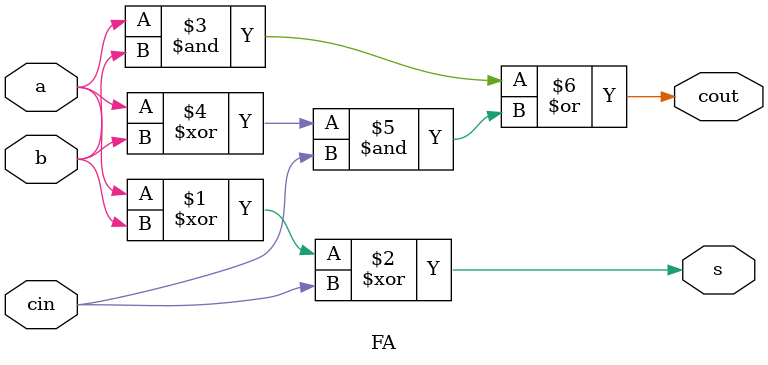
<source format=v>
module FA(input a,b,cin,output s,cout);
    assign s = a^b^cin,
        cout = (a&b) | ((a^b)&cin);
endmodule
</source>
